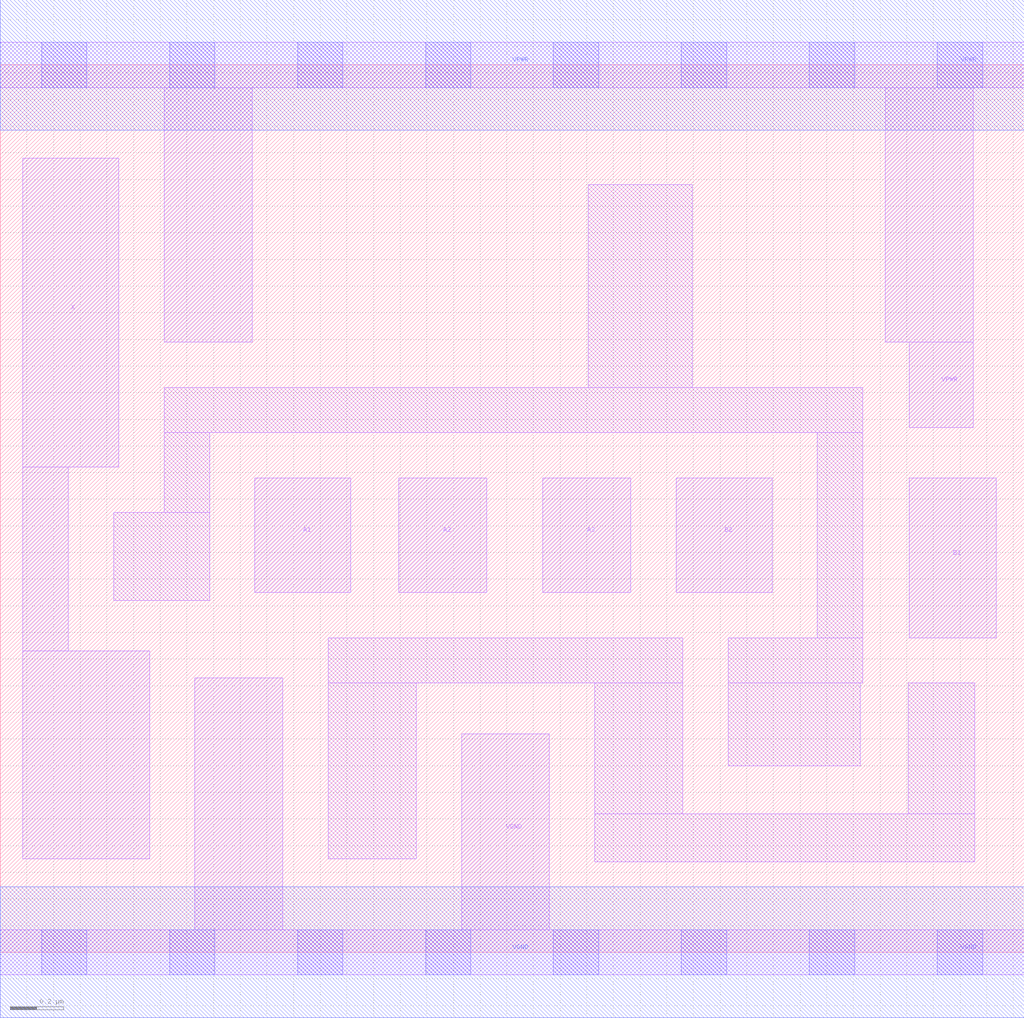
<source format=lef>
# Copyright 2020 The SkyWater PDK Authors
#
# Licensed under the Apache License, Version 2.0 (the "License");
# you may not use this file except in compliance with the License.
# You may obtain a copy of the License at
#
#     https://www.apache.org/licenses/LICENSE-2.0
#
# Unless required by applicable law or agreed to in writing, software
# distributed under the License is distributed on an "AS IS" BASIS,
# WITHOUT WARRANTIES OR CONDITIONS OF ANY KIND, either express or implied.
# See the License for the specific language governing permissions and
# limitations under the License.
#
# SPDX-License-Identifier: Apache-2.0

VERSION 5.7 ;
  NAMESCASESENSITIVE ON ;
  NOWIREEXTENSIONATPIN ON ;
  DIVIDERCHAR "/" ;
  BUSBITCHARS "[]" ;
UNITS
  DATABASE MICRONS 200 ;
END UNITS
MACRO sky130_fd_sc_ls__o32a_1
  CLASS CORE ;
  SOURCE USER ;
  FOREIGN sky130_fd_sc_ls__o32a_1 ;
  ORIGIN  0.000000  0.000000 ;
  SIZE  3.840000 BY  3.330000 ;
  SYMMETRY X Y ;
  SITE unit ;
  PIN A1
    ANTENNAGATEAREA  0.246000 ;
    DIRECTION INPUT ;
    USE SIGNAL ;
    PORT
      LAYER li1 ;
        RECT 0.955000 1.350000 1.315000 1.780000 ;
    END
  END A1
  PIN A2
    ANTENNAGATEAREA  0.246000 ;
    DIRECTION INPUT ;
    USE SIGNAL ;
    PORT
      LAYER li1 ;
        RECT 1.495000 1.350000 1.825000 1.780000 ;
    END
  END A2
  PIN A3
    ANTENNAGATEAREA  0.246000 ;
    DIRECTION INPUT ;
    USE SIGNAL ;
    PORT
      LAYER li1 ;
        RECT 2.035000 1.350000 2.365000 1.780000 ;
    END
  END A3
  PIN B1
    ANTENNAGATEAREA  0.246000 ;
    DIRECTION INPUT ;
    USE SIGNAL ;
    PORT
      LAYER li1 ;
        RECT 3.410000 1.180000 3.735000 1.780000 ;
    END
  END B1
  PIN B2
    ANTENNAGATEAREA  0.246000 ;
    DIRECTION INPUT ;
    USE SIGNAL ;
    PORT
      LAYER li1 ;
        RECT 2.535000 1.350000 2.895000 1.780000 ;
    END
  END B2
  PIN X
    ANTENNADIFFAREA  0.541300 ;
    DIRECTION OUTPUT ;
    USE SIGNAL ;
    PORT
      LAYER li1 ;
        RECT 0.085000 0.350000 0.560000 1.130000 ;
        RECT 0.085000 1.130000 0.255000 1.820000 ;
        RECT 0.085000 1.820000 0.445000 2.980000 ;
    END
  END X
  PIN VGND
    DIRECTION INOUT ;
    SHAPE ABUTMENT ;
    USE GROUND ;
    PORT
      LAYER li1 ;
        RECT 0.000000 -0.085000 3.840000 0.085000 ;
        RECT 0.730000  0.085000 1.060000 1.030000 ;
        RECT 1.730000  0.085000 2.060000 0.820000 ;
      LAYER mcon ;
        RECT 0.155000 -0.085000 0.325000 0.085000 ;
        RECT 0.635000 -0.085000 0.805000 0.085000 ;
        RECT 1.115000 -0.085000 1.285000 0.085000 ;
        RECT 1.595000 -0.085000 1.765000 0.085000 ;
        RECT 2.075000 -0.085000 2.245000 0.085000 ;
        RECT 2.555000 -0.085000 2.725000 0.085000 ;
        RECT 3.035000 -0.085000 3.205000 0.085000 ;
        RECT 3.515000 -0.085000 3.685000 0.085000 ;
      LAYER met1 ;
        RECT 0.000000 -0.245000 3.840000 0.245000 ;
    END
  END VGND
  PIN VPWR
    DIRECTION INOUT ;
    SHAPE ABUTMENT ;
    USE POWER ;
    PORT
      LAYER li1 ;
        RECT 0.000000 3.245000 3.840000 3.415000 ;
        RECT 0.615000 2.290000 0.945000 3.245000 ;
        RECT 3.320000 2.290000 3.650000 3.245000 ;
        RECT 3.410000 1.970000 3.650000 2.290000 ;
      LAYER mcon ;
        RECT 0.155000 3.245000 0.325000 3.415000 ;
        RECT 0.635000 3.245000 0.805000 3.415000 ;
        RECT 1.115000 3.245000 1.285000 3.415000 ;
        RECT 1.595000 3.245000 1.765000 3.415000 ;
        RECT 2.075000 3.245000 2.245000 3.415000 ;
        RECT 2.555000 3.245000 2.725000 3.415000 ;
        RECT 3.035000 3.245000 3.205000 3.415000 ;
        RECT 3.515000 3.245000 3.685000 3.415000 ;
      LAYER met1 ;
        RECT 0.000000 3.085000 3.840000 3.575000 ;
    END
  END VPWR
  OBS
    LAYER li1 ;
      RECT 0.425000 1.320000 0.785000 1.650000 ;
      RECT 0.615000 1.650000 0.785000 1.950000 ;
      RECT 0.615000 1.950000 3.235000 2.120000 ;
      RECT 1.230000 0.350000 1.560000 1.010000 ;
      RECT 1.230000 1.010000 2.560000 1.180000 ;
      RECT 2.205000 2.120000 2.595000 2.880000 ;
      RECT 2.230000 0.340000 3.655000 0.520000 ;
      RECT 2.230000 0.520000 2.560000 1.010000 ;
      RECT 2.730000 0.700000 3.225000 1.010000 ;
      RECT 2.730000 1.010000 3.235000 1.180000 ;
      RECT 3.065000 1.180000 3.235000 1.950000 ;
      RECT 3.405000 0.520000 3.655000 1.010000 ;
  END
END sky130_fd_sc_ls__o32a_1

</source>
